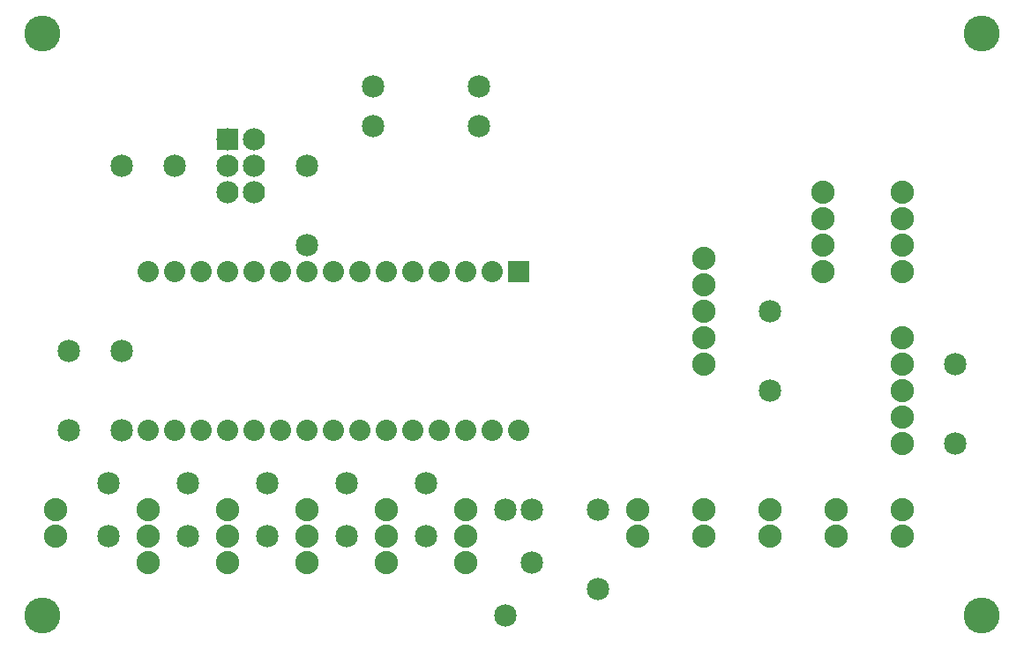
<source format=gbs>
G04 MADE WITH FRITZING*
G04 WWW.FRITZING.ORG*
G04 DOUBLE SIDED*
G04 HOLES PLATED*
G04 CONTOUR ON CENTER OF CONTOUR VECTOR*
%ASAXBY*%
%FSLAX23Y23*%
%MOIN*%
%OFA0B0*%
%SFA1.0B1.0*%
%ADD10C,0.085000*%
%ADD11C,0.135984*%
%ADD12C,0.088000*%
%ADD13C,0.080000*%
%ADD14C,0.084000*%
%ADD15R,0.080000X0.079972*%
%ADD16R,0.084000X0.084000*%
%LNMASK0*%
G90*
G70*
G54D10*
X2863Y1261D03*
X2863Y961D03*
X413Y1811D03*
X613Y1811D03*
X1113Y1811D03*
X1113Y1511D03*
X3563Y1061D03*
X3563Y761D03*
X213Y1111D03*
X213Y811D03*
X1863Y511D03*
X1863Y111D03*
G54D11*
X113Y111D03*
X113Y2311D03*
X3663Y2311D03*
X3663Y111D03*
G54D10*
X413Y1111D03*
X413Y811D03*
G54D12*
X3063Y1711D03*
X3063Y1611D03*
X3063Y1511D03*
X3063Y1411D03*
G54D10*
X1763Y1961D03*
X1363Y1961D03*
X1363Y2111D03*
X1763Y2111D03*
G54D12*
X3363Y511D03*
X3363Y411D03*
X3113Y511D03*
X3113Y411D03*
X2863Y511D03*
X2863Y411D03*
X2613Y511D03*
X2613Y411D03*
X2363Y511D03*
X2363Y411D03*
X3363Y1161D03*
X3363Y1061D03*
X3363Y961D03*
X3363Y861D03*
X3363Y761D03*
X2613Y1061D03*
X2613Y1161D03*
X2613Y1261D03*
X2613Y1361D03*
X2613Y1461D03*
X3363Y1711D03*
X3363Y1611D03*
X3363Y1511D03*
X3363Y1411D03*
G54D13*
X1913Y1411D03*
X1813Y1411D03*
X1713Y1411D03*
X1613Y1411D03*
X1513Y1411D03*
X1413Y1411D03*
X1313Y1411D03*
X1213Y1411D03*
X1113Y1411D03*
X1013Y1411D03*
X913Y1411D03*
X813Y1411D03*
X713Y1411D03*
X613Y1411D03*
X513Y1411D03*
X1913Y811D03*
X1813Y811D03*
X1713Y811D03*
X1613Y811D03*
X1513Y811D03*
X1413Y811D03*
X1313Y811D03*
X1213Y811D03*
X1113Y811D03*
X1013Y811D03*
X913Y811D03*
X813Y811D03*
X713Y811D03*
X613Y811D03*
X513Y811D03*
G54D12*
X163Y411D03*
X163Y511D03*
X1713Y311D03*
X1713Y411D03*
X1713Y511D03*
X1413Y311D03*
X1413Y411D03*
X1413Y511D03*
X1113Y311D03*
X1113Y411D03*
X1113Y511D03*
X813Y311D03*
X813Y411D03*
X813Y511D03*
X513Y311D03*
X513Y411D03*
X513Y511D03*
G54D14*
X913Y1911D03*
X913Y1811D03*
X913Y1711D03*
X813Y1911D03*
X813Y1811D03*
X813Y1711D03*
G54D10*
X2213Y511D03*
X2213Y211D03*
X1563Y611D03*
X1563Y411D03*
X1263Y611D03*
X1263Y411D03*
X963Y611D03*
X963Y411D03*
X663Y611D03*
X663Y411D03*
X363Y611D03*
X363Y411D03*
X1963Y511D03*
X1963Y311D03*
G54D15*
X1913Y1411D03*
G54D16*
X813Y1911D03*
G04 End of Mask0*
M02*
</source>
